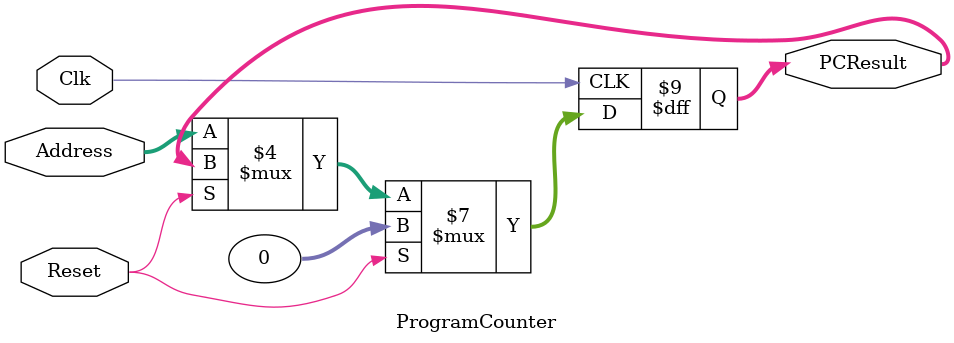
<source format=v>
`timescale 1ns / 1ps


// FUNCTIONALITY: a 32-bit register with a synchronous reset. 
//	At the positive edge of the clock, if reset = 1, the 32-bit output is all 0's
//	else the output is the 32-bit input

// FUNCTIONALITY (you can skip this paragraph for the first week of lab assignment):-
// 	Design a program counter register that holds the current address of the 
// 	instruction memory.  This module should be updated at the positive edge of 
// 	the clock. The contents of a register default to unknown values or 'X' upon 
// 	instantiation in your module. Hence, please add a synchronous 'Reset' 
// 	signal to your PC register to enable global reset of your datapath to point 
// 	to the first instruction in your instruction memory (i.e., the first address 
// 	location, 0x00000000).
////////////////////////////////////////////////////////////////////////////////

module ProgramCounter(Address, PCResult, Reset, Clk);

	input [31:0] Address;
	input Reset, Clk;

	output reg [31:0] PCResult;

	always @(posedge Clk) begin
		if(Reset == 1) begin
			PCResult <= 32'h00000000;
		end
		else if(Reset == 0) begin
			PCResult <= Address;
		end
	end
endmodule


</source>
